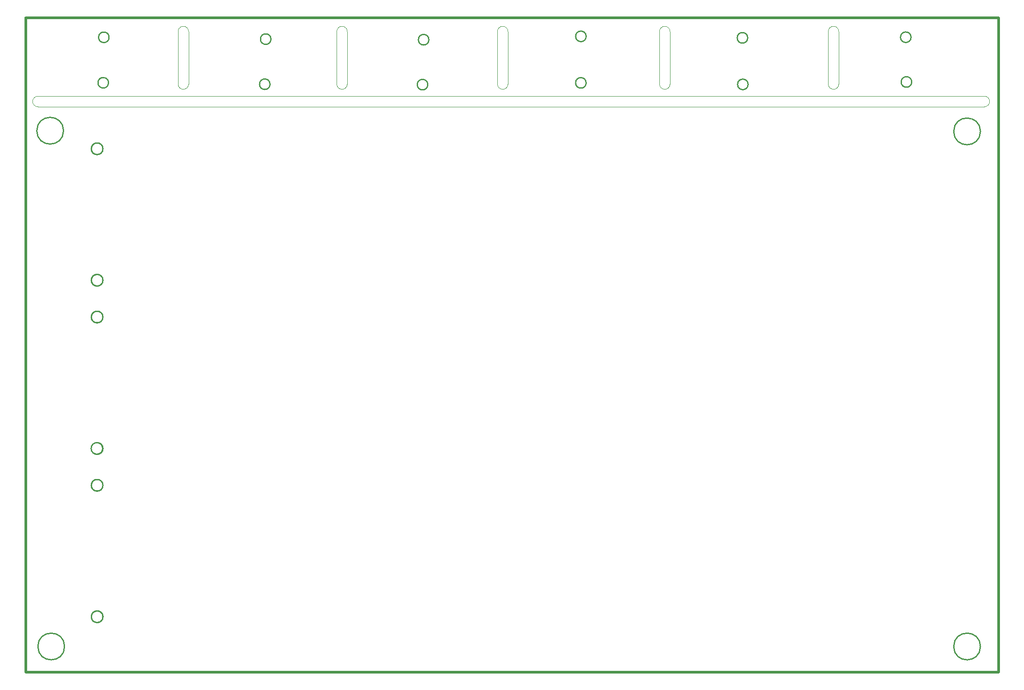
<source format=gm1>
G04*
G04 #@! TF.GenerationSoftware,Altium Limited,Altium Designer,21.6.4 (81)*
G04*
G04 Layer_Color=16711935*
%FSLAX43Y43*%
%MOMM*%
G71*
G04*
G04 #@! TF.SameCoordinates,1BFCAD30-3443-4AAB-B7F7-DC6525A64C66*
G04*
G04*
G04 #@! TF.FilePolarity,Positive*
G04*
G01*
G75*
%ADD10C,0.250*%
%ADD13C,0.254*%
%ADD87C,0.013*%
%ADD88C,0.127*%
%ADD89C,0.500*%
D10*
X61466Y177561D02*
G03*
X61216Y177561I-125J0D01*
G01*
D02*
G03*
X61466Y177561I125J0D01*
G01*
Y53061D02*
G03*
X61216Y53061I-125J0D01*
G01*
D02*
G03*
X61466Y53061I125J0D01*
G01*
X246466Y177561D02*
G03*
X246216Y177561I-125J0D01*
G01*
D02*
G03*
X246466Y177561I125J0D01*
G01*
Y53061D02*
G03*
X246216Y53061I-125J0D01*
G01*
D02*
G03*
X246466Y53061I125J0D01*
G01*
Y177561D02*
G03*
X246216Y177561I-125J0D01*
G01*
D02*
G03*
X246466Y177561I125J0D01*
G01*
X61466D02*
G03*
X61216Y177561I-125J0D01*
G01*
D02*
G03*
X61466Y177561I125J0D01*
G01*
X246466Y53061D02*
G03*
X246216Y53061I-125J0D01*
G01*
D02*
G03*
X246466Y53061I125J0D01*
G01*
X61466D02*
G03*
X61216Y53061I-125J0D01*
G01*
D02*
G03*
X61466Y53061I125J0D01*
G01*
D13*
X242900Y57963D02*
G03*
X242900Y57963I-2540J0D01*
G01*
X76022Y152621D02*
G03*
X76022Y152621I-1092J0D01*
G01*
Y127621D02*
G03*
X76022Y127621I-1092J0D01*
G01*
X77086Y165180D02*
G03*
X77086Y165180I-1000J0D01*
G01*
X77199Y173823D02*
G03*
X77199Y173823I-1000J0D01*
G01*
X198714Y164871D02*
G03*
X198714Y164871I-1000J0D01*
G01*
X229829Y165329D02*
G03*
X229829Y165329I-1000J0D01*
G01*
X229702Y173838D02*
G03*
X229702Y173838I-1000J0D01*
G01*
X198643Y173722D02*
G03*
X198643Y173722I-1000J0D01*
G01*
X167916Y165154D02*
G03*
X167916Y165154I-1000J0D01*
G01*
X167922Y174005D02*
G03*
X167922Y174005I-1000J0D01*
G01*
X137804Y164821D02*
G03*
X137804Y164821I-1000J0D01*
G01*
X138013Y173367D02*
G03*
X138013Y173367I-1000J0D01*
G01*
X107807Y164897D02*
G03*
X107807Y164897I-1000J0D01*
G01*
X107985Y173482D02*
G03*
X107985Y173482I-1000J0D01*
G01*
X242900Y155931D02*
G03*
X242900Y155931I-2540J0D01*
G01*
X76022Y88621D02*
G03*
X76022Y88621I-1092J0D01*
G01*
X76018Y63614D02*
G03*
X76018Y63614I-1092J0D01*
G01*
X75972Y95631D02*
G03*
X75972Y95631I-1092J0D01*
G01*
X76022Y120621D02*
G03*
X76022Y120621I-1092J0D01*
G01*
X68529Y156058D02*
G03*
X68529Y156058I-2540J0D01*
G01*
X68732Y57963D02*
G03*
X68732Y57963I-2540J0D01*
G01*
D87*
X76117Y152621D02*
G03*
X76117Y152621I-1200J0D01*
G01*
Y127621D02*
G03*
X76117Y127621I-1200J0D01*
G01*
Y120621D02*
G03*
X76117Y120621I-1200J0D01*
G01*
Y95621D02*
G03*
X76117Y95621I-1200J0D01*
G01*
Y88621D02*
G03*
X76117Y88621I-1200J0D01*
G01*
X76130Y63621D02*
G03*
X76130Y63621I-1200J0D01*
G01*
X213962Y164925D02*
G03*
X215962Y164924I1000J-1D01*
G01*
Y174924D02*
G03*
X213962Y174925I-1000J1D01*
G01*
X181871Y164925D02*
G03*
X183871Y164924I1000J-1D01*
G01*
X183871Y174924D02*
G03*
X181871Y174925I-1000J1D01*
G01*
X151051Y164925D02*
G03*
X153051Y164924I1000J-1D01*
G01*
Y174924D02*
G03*
X151051Y174925I-1000J1D01*
G01*
X120493Y164925D02*
G03*
X122493Y164924I1000J-1D01*
G01*
Y174924D02*
G03*
X120493Y174925I-1000J1D01*
G01*
X90322Y164925D02*
G03*
X92322Y164924I1000J-1D01*
G01*
Y174924D02*
G03*
X90322Y174925I-1000J1D01*
G01*
X243631Y160621D02*
G03*
X243609Y162620I26J1000D01*
G01*
X63704D02*
G03*
X63682Y160621I-48J-999D01*
G01*
X215962Y164924D02*
Y174924D01*
X213962Y164925D02*
Y174925D01*
X183871Y164924D02*
Y174924D01*
X181871Y164925D02*
Y174925D01*
X153051Y164924D02*
Y174924D01*
X151051Y164925D02*
Y174925D01*
X122493Y164924D02*
Y174924D01*
X120493Y164925D02*
Y174925D01*
X92322Y164924D02*
Y174924D01*
X90322Y164925D02*
Y174925D01*
X243609Y162620D02*
X243704D01*
X63609D02*
X243609D01*
X232354Y160621D02*
X243631D01*
X63631D02*
X243631D01*
D88*
X105985Y173925D02*
D03*
X107985D02*
D03*
X105807Y164924D02*
D03*
X107807D02*
D03*
X136013Y173925D02*
D03*
X138013D02*
D03*
X135804Y164924D02*
D03*
X137804D02*
D03*
X165922Y173925D02*
D03*
X167922D02*
D03*
X165916Y164924D02*
D03*
X167916D02*
D03*
X196643Y173925D02*
D03*
X198643D02*
D03*
X227702D02*
D03*
X229702D02*
D03*
X227829Y164924D02*
D03*
X229829D02*
D03*
X196714D02*
D03*
X198714D02*
D03*
X75199Y173925D02*
D03*
X77199D02*
D03*
X75086Y164924D02*
D03*
X77086D02*
D03*
D89*
X61341Y53061D02*
X246341D01*
X61341Y177561D02*
X246341D01*
Y53061D02*
Y177561D01*
X61341Y53061D02*
Y177561D01*
Y53061D02*
Y177561D01*
X246341Y53061D02*
Y177561D01*
X61341D02*
X246341D01*
X61341Y53061D02*
X246341D01*
M02*

</source>
